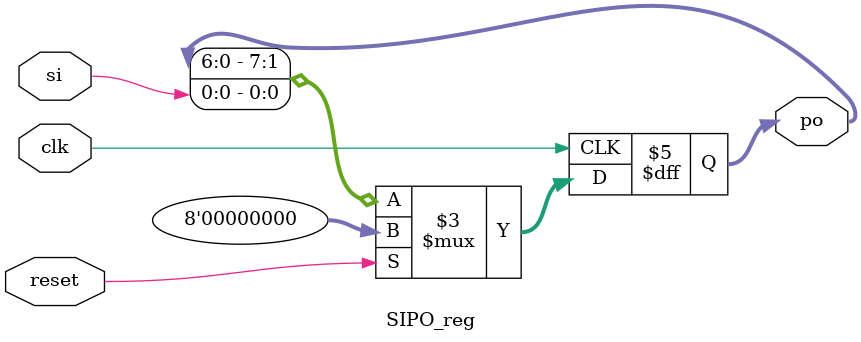
<source format=v>
`timescale 1ns / 1ps


module SIPO_reg #(parameter n=8)(
input clk,reset,si,
output reg[n-1:0]po
    );
    always@(posedge clk)
    begin
    if(reset)
    po<=0;
    else
    po<={po[n-2:0],si};
    end
    
endmodule

</source>
